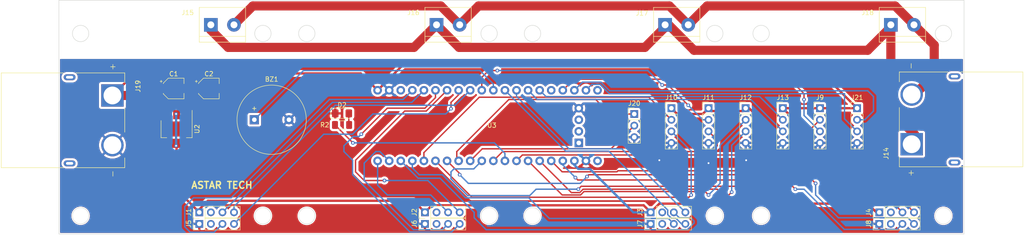
<source format=kicad_pcb>
(kicad_pcb (version 20221018) (generator pcbnew)
  (layers (0 "F.Cu" mixed) (31 "B.Cu" mixed) (34 "B.Paste" user) (35 "F.Paste" user) (36 "B.SilkS" user "B.Silkscreen") (37 "F.SilkS" user "F.Silkscreen") (38 "B.Mask" user) (39 "F.Mask" user) (44 "Edge.Cuts" user))
  (net 0 "")
  (net 1 "/Buzzer")
  (net 2 "GND")
  (net 3 "+5V")
  (net 4 "/2S_BATT")
  (net 5 "Net-(D2-A)")
  (net 7 "/ENR_A")
  (net 8 "/PWMR_A")
  (net 10 "/ENR_B")
  (net 11 "/PWMR_B")
  (net 13 "/ENR_C")
  (net 14 "/PWMR_C")
  (net 16 "/ENR_D")
  (net 17 "/PWMR_D")
  (net 19 "/ENL_A")
  (net 20 "/PWML_A")
  (net 22 "/ENL_B")
  (net 23 "/PWML_B")
  (net 25 "/ENL_C")
  (net 26 "/PWML_C")
  (net 28 "/ENL_D")
  (net 29 "/PWML_D")
  (net 30 "/UART_TX")
  (net 31 "/UART_RX")
  (net 32 "/ENCR_A")
  (net 33 "/ENCL_A")
  (net 34 "/ENCR_B")
  (net 35 "/ENCL_B")
  (net 36 "/ENCR_C")
  (net 37 "/ENCL_C")
  (net 38 "/ENCR_D")
  (net 39 "/ENCL_D")
  (net 40 "/12V_BATT")
  (net 41 "/GND_BATT")
  (net 49 "/INA_DRVA")
  (net 50 "/INB_DRVB")
  (net 51 "/INA_DRVB")
  (net 52 "/LED")
  (net 53 "/INB_DRVA")
  (footprint "Connector_PinHeader_2.54mm:PinHeader_1x04_P2.54mm_Vertical" (layer "F.Cu") (at 67.32 127.635 90)
    (fp_text reference "J5")
    (fp_text value "DRVAL")
  )
  (footprint "LED_SMD:LED_1206_3216Metric_Pad1.42x1.75mm_HandSolder" (layer "F.Cu") (at 98.646667 103.378)
    (fp_text reference "D2")
    (fp_text value "LED")
  )
  (footprint "Connector_PinHeader_2.54mm:PinHeader_1x04_P2.54mm_Vertical" (layer "F.Cu") (at 216.545 125.095 90)
    (fp_text reference "J4")
    (fp_text value "DRVDR")
  )
  (footprint "TerminalBlock:TerminalBlock_bornier-2_P5.08mm" (layer "F.Cu") (at 219.075 83.947)
    (fp_text reference "J18")
    (fp_text value "MOTORB")
  )
  (footprint "XT90PW-M:AMASS_XT90PW-M" (layer "F.Cu") (at 233.045 104.7 90)
    (fp_text reference "J14")
    (fp_text value "BATTMTR")
  )
  (footprint "Connector_PinHeader_2.54mm:PinHeader_1x04_P2.54mm_Vertical" (layer "F.Cu") (at 166.37 125.095 90)
    (fp_text reference "J3")
    (fp_text value "DRVCR")
  )
  (footprint "BlackPill_STLINK:BlackPill_STLINK" (layer "F.Cu") (at 131.550834 106.055 90)
    (fp_text reference "U3")
    (fp_text value "BlackPill_STLINK")
  )
  (footprint "Connector_PinHeader_2.54mm:PinHeader_1x04_P2.54mm_Vertical" (layer "F.Cu") (at 216.535 127.635 90)
    (fp_text reference "J8")
    (fp_text value "DRVDL")
  )
  (footprint "Connector_PinHeader_2.54mm:PinHeader_1x04_P2.54mm_Vertical" (layer "F.Cu") (at 166.37 127.635 90)
    (fp_text reference "J7")
    (fp_text value "DRVCL")
  )
  (footprint "Connector_PinHeader_2.54mm:PinHeader_1x04_P2.54mm_Vertical" (layer "F.Cu") (at 116.84 127.635 90)
    (fp_text reference "J6")
    (fp_text value "DRVBL")
  )
  (footprint "Connector_PinHeader_2.54mm:PinHeader_1x04_P2.54mm_Vertical" (layer "F.Cu") (at 179.07 102.245)
    (fp_text reference "J11")
    (fp_text value "ECNB")
  )
  (footprint "Buzzer_Beeper:Buzzer_15x7.5RM7.6" (layer "F.Cu") (at 79.395 104.775)
    (fp_text reference "BZ1")
    (fp_text value "Buzzer")
  )
  (footprint "Connector_PinHeader_2.54mm:PinHeader_1x04_P2.54mm_Vertical" (layer "F.Cu") (at 67.32 125.095 90)
    (fp_text reference "J1")
    (fp_text value "DRVAR")
  )
  (footprint "Package_TO_SOT_SMD:SOT-223-3_TabPin2" (layer "F.Cu") (at 62.335 106.807 -90)
    (fp_text reference "U2")
    (fp_text value "AMS1117-5.0")
  )
  (footprint "Connector_PinHeader_2.54mm:PinHeader_1x04_P2.54mm_Vertical" (layer "F.Cu") (at 170.920834 102.245)
    (fp_text reference "J10")
    (fp_text value "ENCA")
  )
  (footprint "XT90PW-M:AMASS_XT90PW-M" (layer "F.Cu") (at 38.86 104.902 -90)
    (fp_text reference "J19")
    (fp_text value "BATTMCU")
  )
  (footprint "TerminalBlock:TerminalBlock_bornier-2_P5.08mm" (layer "F.Cu") (at 169.545 83.947)
    (fp_text reference "J17")
    (fp_text value "MOTORC")
  )
  (footprint "Connector_PinHeader_2.54mm:PinHeader_1x04_P2.54mm_Vertical" (layer "F.Cu") (at 116.84 125.095 90)
    (fp_text reference "J2")
    (fp_text value "DRVBR")
  )
  (footprint "TerminalBlock:TerminalBlock_bornier-2_P5.08mm" (layer "F.Cu") (at 119.38 83.947)
    (fp_text reference "J16")
    (fp_text value "MOTORB")
  )
  (footprint "Connector_PinHeader_2.54mm:PinHeader_1x04_P2.54mm_Vertical" (layer "F.Cu") (at 195.368332 102.245)
    (fp_text reference "J13")
    (fp_text value "ENCD")
  )
  (footprint "Capacitor_SMD:CP_Elec_4x5.4" (layer "F.Cu") (at 61.7 97.917)
    (fp_text reference "C1")
    (fp_text value "10uF")
  )
  (footprint "Capacitor_SMD:CP_Elec_4x5.4" (layer "F.Cu") (at 69.425 97.917)
    (fp_text reference "C2")
    (fp_text value "10uF")
  )
  (footprint "TerminalBlock:TerminalBlock_bornier-2_P5.08mm" (layer "F.Cu") (at 69.85 83.947)
    (fp_text reference "J15")
    (fp_text value "MOTORA")
  )
  (footprint "Connector_PinHeader_2.54mm:PinHeader_1x04_P2.54mm_Vertical" (layer "F.Cu") (at 203.517498 102.245)
    (fp_text reference "J9")
    (fp_text value "ACTA")
  )
  (footprint "Resistor_SMD:R_1206_3216Metric_Pad1.30x1.75mm_HandSolder" (layer "F.Cu") (at 98.646667 105.918)
    (fp_text reference "R2")
    (fp_text value "330")
  )
  (footprint "Connector_PinHeader_2.54mm:PinHeader_1x04_P2.54mm_Vertical" (layer "F.Cu") (at 211.666668 102.245)
    (fp_text reference "J21")
    (fp_text value "ACTB")
  )
  (footprint "Connector_PinHeader_2.54mm:PinHeader_1x04_P2.54mm_Vertical" (layer "F.Cu") (at 187.219166 102.245)
    (fp_text reference "J12")
    (fp_text value "ENCC")
  )
  (footprint "Connector_PinHeader_2.54mm:PinHeader_1x03_P2.54mm_Vertical" (layer "F.Cu") (at 162.771668 103.52)
    (fp_text reference "J20")
    (fp_text value "UARTCOM")
  )
  (gr_circle (center 190.608949 85.852) (end 191.878949 87.122) (stroke (width 0.1)) (fill none) (layer "Edge.Cuts"))
  (gr_circle (center 140.443949 125.857) (end 141.713949 127.127) (stroke (width 0.1)) (fill none) (layer "Edge.Cuts"))
  (gr_circle (center 41.275 125.857) (end 42.545 127.127) (stroke (width 0.1)) (fill none) (layer "Edge.Cuts"))
  (gr_circle (center 90.913949 85.852) (end 92.183949 87.122) (stroke (width 0.1)) (fill none) (layer "Edge.Cuts"))
  (gr_circle (center 81.28 85.852) (end 82.55 87.122) (stroke (width 0.1)) (fill none) (layer "Edge.Cuts"))
  (gr_circle (center 180.448949 125.857) (end 181.718949 127.127) (stroke (width 0.1)) (fill none) (layer "Edge.Cuts"))
  (gr_circle (center 81.28 125.857) (end 82.55 127.127) (stroke (width 0.1)) (fill none) (layer "Edge.Cuts"))
  (gr_circle (center 180.448949 85.852) (end 181.718949 87.122) (stroke (width 0.1)) (fill none) (layer "Edge.Cuts"))
  (gr_circle (center 130.918949 125.857) (end 132.188949 127.127) (stroke (width 0.1)) (fill none) (layer "Edge.Cuts"))
  (gr_circle (center 230.613949 125.857) (end 231.883949 127.127) (stroke (width 0.1)) (fill none) (layer "Edge.Cuts"))
  (gr_circle (center 140.443949 85.852) (end 141.713949 87.122) (stroke (width 0.1)) (fill none) (layer "Edge.Cuts"))
  (gr_circle (center 190.608949 125.857) (end 191.878949 127.127) (stroke (width 0.1)) (fill none) (layer "Edge.Cuts"))
  (gr_rect (start 36.5125 78.5495) (end 235.1405 129.8575) (stroke (width 0.1)) (fill none) (layer "Edge.Cuts"))
  (gr_circle (center 230.613949 85.852) (end 231.883949 87.122) (stroke (width 0.1)) (fill none) (layer "Edge.Cuts"))
  (gr_circle (center 90.913949 125.857) (end 92.183949 127.127) (stroke (width 0.1)) (fill none) (layer "Edge.Cuts"))
  (gr_circle (center 130.918949 85.852) (end 132.188949 87.122) (stroke (width 0.1)) (fill none) (layer "Edge.Cuts"))
  (gr_circle (center 41.275 85.852) (end 42.545 87.122) (stroke (width 0.1)) (fill none) (layer "Edge.Cuts"))
  (gr_text "ASTAR TECH" (at 65.405 120.015) (layer "F.SilkS") (effects (font (size 1.5 1.5) (thickness 0.3) bold) (justify left bottom)))
  (segment (start 90.19 93.98) (end 128.905 93.98) (width 0.3) (layer "B.Cu") (net 1))
  (segment (start 128.905 93.98) (end 131.850834 96.925834) (width 0.3) (layer "B.Cu") (net 1))
  (segment (start 79.395 104.775) (end 90.19 93.98) (width 0.3) (layer "B.Cu") (net 1))
  (segment (start 131.850834 96.925834) (end 131.850834 98.308) (width 0.3) (layer "B.Cu") (net 1))
  (segment (start 61.862 106.68) (end 64.635 103.907) (width 0.5) (layer "F.Cu") (net 2))
  (segment (start 186.055 113.665) (end 187.325 113.665) (width 0.5) (layer "F.Cu") (net 2))
  (segment (start 71.225 97.917) (end 65.485 103.657) (width 0.5) (layer "F.Cu") (net 2))
  (segment (start 63.5 97.917) (end 64.635 99.052) (width 0.5) (layer "F.Cu") (net 2))
  (segment (start 64.635 99.052) (end 64.635 103.657) (width 0.5) (layer "F.Cu") (net 2))
  (segment (start 179.705 114.935) (end 181.61 114.935) (width 0.5) (layer "F.Cu") (net 2))
  (segment (start 48.26 110.352) (end 51.932 106.68) (width 0.5) (layer "F.Cu") (net 2))
  (segment (start 51.932 106.68) (end 61.862 106.68) (width 0.5) (layer "F.Cu") (net 2))
  (segment (start 185.42 114.3) (end 186.055 113.665) (width 0.5) (layer "F.Cu") (net 2))
  (segment (start 179.07 114.3) (end 179.705 114.935) (width 0.5) (layer "F.Cu") (net 2))
  (segment (start 64.635 103.907) (end 64.635 103.657) (width 0.5) (layer "F.Cu") (net 2))
  (segment (start 168.275 113.665) (end 160.650811 113.665) (width 0.5) (layer "F.Cu") (net 2))
  (segment (start 160.650811 113.665) (end 158.745811 115.57) (width 0.5) (layer "F.Cu") (net 2))
  (segment (start 153.938834 115.57) (end 152.170834 113.802) (width 0.5) (layer "F.Cu") (net 2))
  (segment (start 65.485 103.657) (end 64.635 103.657) (width 0.5) (layer "F.Cu") (net 2))
  (segment (start 184.785 114.935) (end 185.42 114.3) (width 0.5) (layer "F.Cu") (net 2))
  (segment (start 181.61 114.935) (end 184.785 114.935) (width 0.5) (layer "F.Cu") (net 2))
  (segment (start 170.920834 109.865) (end 179.07 109.865) (width 0.5) (layer "F.Cu") (net 2))
  (segment (start 158.745811 115.57) (end 153.938834 115.57) (width 0.5) (layer "F.Cu") (net 2))
  (via (at 187.325 113.665) (size 0.8) (drill 0.4) (layers "F.Cu" "B.Cu") (net 2))
  (via (at 179.07 114.3) (size 0.8) (drill 0.4) (layers "F.Cu" "B.Cu") (net 2))
  (via (at 168.275 113.665) (size 0.8) (drill 0.4) (layers "F.Cu" "B.Cu") (net 2))
  (segment (start 170.920834 109.865) (end 168.275 112.510834) (width 0.5) (layer "B.Cu") (net 2))
  (segment (start 199.39 113.665) (end 191.135 113.665) (width 0.5) (layer "B.Cu") (net 2))
  (segment (start 188.595 112.395) (end 188.595 111.240834) (width 0.5) (layer "B.Cu") (net 2))
  (segment (start 188.595 111.240834) (end 187.219166 109.865) (width 0.5) (layer "B.Cu") (net 2))
  (segment (start 207.866668 113.665) (end 199.39 113.665) (width 0.5) (layer "B.Cu") (net 2))
  (segment (start 179.07 109.865) (end 179.07 114.3) (width 0.5) (layer "B.Cu") (net 2))
  (segment (start 191.135 113.665) (end 187.325 113.665) (width 0.5) (layer "B.Cu") (net 2))
  (segment (start 168.275 112.510834) (end 168.275 113.665) (width 0.5) (layer "B.Cu") (net 2))
  (segment (start 195.368332 109.865) (end 191.568332 113.665) (width 0.5) (layer "B.Cu") (net 2))
  (segment (start 203.517498 109.865) (end 199.717498 113.665) (width 0.5) (layer "B.Cu") (net 2))
  (segment (start 199.717498 113.665) (end 199.39 113.665) (width 0.5) (layer "B.Cu") (net 2))
  (segment (start 191.568332 113.665) (end 191.135 113.665) (width 0.5) (layer "B.Cu") (net 2))
  (segment (start 187.325 113.665) (end 188.595 112.395) (width 0.5) (layer "B.Cu") (net 2))
  (segment (start 211.666668 109.865) (end 207.866668 113.665) (width 0.5) (layer "B.Cu") (net 2))
  (segment (start 213.995 123.19) (end 168.275 123.19) (width 0.5) (layer "F.Cu") (net 3))
  (segment (start 179.695 102.87) (end 186.594166 102.87) (width 0.5) (layer "F.Cu") (net 3))
  (segment (start 62.335 110.385) (end 62.23 110.49) (width 0.5) (layer "F.Cu") (net 3))
  (segment (start 64.668 109.957) (end 80.01 94.615) (width 0.5) (layer "F.Cu") (net 3))
  (segment (start 164.828627 123.553627) (end 166.37 125.095) (width 0.5) (layer "F.Cu") (net 3))
  (segment (start 193.675 111.76) (end 189.23 107.315) (width 0.5) (layer "F.Cu") (net 3))
  (segment (start 62.335 103.657) (end 62.23 103.505) (width 0.5) (layer "F.Cu") (net 3))
  (segment (start 203.517498 102.245) (end 195.368332 102.245) (width 0.5) (layer "F.Cu") (net 3))
  (segment (start 59.9 100.972) (end 59.9 97.917) (width 0.5) (layer "F.Cu") (net 3))
  (segment (start 186.594166 102.87) (end 187.219166 102.245) (width 0.5) (layer "F.Cu") (net 3))
  (segment (start 62.335 109.957) (end 62.335 110.385) (width 0.5) (layer "F.Cu") (net 3))
  (segment (start 112.048834 92.71) (end 202.131668 92.71) (width 0.5) (layer "F.Cu") (net 3))
  (segment (start 116.84 125.095) (end 114.3 122.555) (width 0.5) (layer "F.Cu") (net 3))
  (segment (start 196.85 111.76) (end 193.675 111.76) (width 0.5) (layer "F.Cu") (net 3))
  (segment (start 62.23 103.505) (end 62.335 103.407) (width 0.5) (layer "F.Cu") (net 3))
  (segment (start 67.32 124.45) (end 67.32 125.095) (width 0.5) (layer "F.Cu") (net 3))
  (segment (start 189.23 103.505) (end 187.97 102.245) (width 0.5) (layer "F.Cu") (net 3))
  (segment (start 215.9 125.095) (end 213.995 123.19) (width 0.5) (layer "F.Cu") (net 3))
  (segment (start 177.81 103.505) (end 172.180834 103.505) (width 0.5) (layer "F.Cu") (net 3))
  (segment (start 116.84 125.095) (end 118.381373 123.553627) (width 0.5) (layer "F.Cu") (net 3))
  (segment (start 189.23 107.315) (end 189.23 103.505) (width 0.5) (layer "F.Cu") (net 3))
  (segment (start 187.97 102.245) (end 187.219166 102.245) (width 0.5) (layer "F.Cu") (net 3))
  (segment (start 106.450834 98.308) (end 112.048834 92.71) (width 0.5) (layer "F.Cu") (net 3))
  (segment (start 172.180834 103.505) (end 170.920834 102.245) (width 0.5) (layer "F.Cu") (net 3))
  (segment (start 69.215 122.555) (end 67.32 124.45) (width 0.5) (layer "F.Cu") (net 3))
  (segment (start 62.23 110.49) (end 62.335 110.595) (width 0.5) (layer "F.Cu") (net 3))
  (segment (start 114.3 122.555) (end 69.215 122.555) (width 0.5) (layer "F.Cu") (net 3))
  (segment (start 179.07 102.245) (end 177.81 103.505) (width 0.5) (layer "F.Cu") (net 3))
  (segment (start 62.335 103.407) (end 59.9 100.972) (width 0.5) (layer "F.Cu") (net 3))
  (segment (start 197.485 104.361668) (end 197.485 111.125) (width 0.5) (layer "F.Cu") (net 3))
  (segment (start 168.275 123.19) (end 166.37 125.095) (width 0.5) (layer "F.Cu") (net 3))
  (segment (start 80.01 94.615) (end 102.757834 94.615) (width 0.5) (layer "F.Cu") (net 3))
  (segment (start 179.07 102.245) (end 179.695 102.87) (width 0.5) (layer "F.Cu") (net 3))
  (segment (start 202.131668 92.71) (end 211.666668 102.245) (width 0.5) (layer "F.Cu") (net 3))
  (segment (start 62.335 120.11) (end 67.32 125.095) (width 0.5) (layer "F.Cu") (net 3))
  (segment (start 211.666668 102.245) (end 203.517498 102.245) (width 0.5) (layer "F.Cu") (net 3))
  (segment (start 102.757834 94.615) (end 106.450834 98.308) (width 0.5) (layer "F.Cu") (net 3))
  (segment (start 118.381373 123.553627) (end 164.828627 123.553627) (width 0.5) (layer "F.Cu") (net 3))
  (segment (start 62.335 109.957) (end 64.668 109.957) (width 0.5) (layer "F.Cu") (net 3))
  (segment (start 216.545 125.095) (end 215.9 125.095) (width 0.5) (layer "F.Cu") (net 3))
  (segment (start 195.368332 102.245) (end 197.485 104.361668) (width 0.5) (layer "F.Cu") (net 3))
  (segment (start 197.485 111.125) (end 196.85 111.76) (width 0.5) (layer "F.Cu") (net 3))
  (segment (start 62.335 110.595) (end 62.335 120.11) (width 0.5) (layer "F.Cu") (net 3))
  (via (at 62.23 103.505) (size 0.8) (drill 0.4) (layers "F.Cu" "B.Cu") (net 3))
  (via (at 62.23 110.49) (size 0.8) (drill 0.4) (layers "F.Cu" "B.Cu") (net 3))
  (segment (start 149.630834 113.802) (end 149.630834 114.705834) (width 0.5) (layer "B.Cu") (net 3))
  (segment (start 149.630834 114.705834) (end 150.495 115.57) (width 0.5) (layer "B.Cu") (net 3))
  (segment (start 150.495 115.57) (end 153.035 115.57) (width 0.5) (layer "B.Cu") (net 3))
  (segment (start 153.035 115.57) (end 162.56 125.095) (width 0.5) (layer "B.Cu") (net 3))
  (segment (start 162.56 125.095) (end 166.37 125.095) (width 0.5) (layer "B.Cu") (net 3))
  (segment (start 62.23 103.505) (end 62.23 110.49) (width 0.5) (layer "B.Cu") (net 3))
  (segment (start 64.323 94.615) (end 53.097 94.615) (width 0.5) (layer "F.Cu") (net 4))
  (segment (start 53.097 94.615) (end 48.26 99.452) (width 0.5) (layer "F.Cu") (net 4))
  (segment (start 55.83 99.452) (end 60.035 103.657) (width 2) (layer "F.Cu") (net 4))
  (segment (start 48.26 99.452) (end 55.83 99.452) (width 2) (layer "F.Cu") (net 4))
  (segment (start 67.625 97.917) (end 64.323 94.615) (width 0.5) (layer "F.Cu") (net 4))
  (segment (start 100.134167 105.8555) (end 100.196667 105.918) (width 0.3) (layer "F.Cu") (net 5))
  (segment (start 100.134167 103.378) (end 100.134167 105.8555) (width 0.3) (layer "F.Cu") (net 5))
  (segment (start 113.953834 100.965) (end 116.610834 98.308) (width 0.3) (layer "B.Cu") (net 7))
  (segment (start 96.53 100.965) (end 113.953834 100.965) (width 0.3) (layer "B.Cu") (net 7))
  (segment (start 72.4 125.095) (end 96.53 100.965) (width 0.3) (layer "B.Cu") (net 7))
  (segment (start 97.1555 101.5995) (end 123.479334 101.5995) (width 0.3) (layer "B.Cu") (net 8))
  (segment (start 123.479334 101.5995) (end 126.770834 98.308) (width 0.3) (layer "B.Cu") (net 8))
  (segment (start 74.94 123.815) (end 97.1555 101.5995) (width 0.3) (layer "B.Cu") (net 8))
  (segment (start 74.94 125.095) (end 74.94 123.815) (width 0.3) (layer "B.Cu") (net 8))
  (segment (start 106.450834 119.150834) (end 106.450834 113.802) (width 0.3) (layer "B.Cu") (net 10))
  (segment (start 108.585 121.285) (end 106.450834 119.150834) (width 0.3) (layer "B.Cu") (net 10))
  (segment (start 118.11 121.285) (end 108.585 121.285) (width 0.3) (layer "B.Cu") (net 10))
  (segment (start 121.92 125.095) (end 118.11 121.285) (width 0.3) (layer "B.Cu") (net 10))
  (segment (start 101.6 113.665) (end 112.395 102.87) (width 0.3) (layer "F.Cu") (net 11))
  (segment (start 103.505 118.11) (end 101.6 116.205) (width 0.3) (layer "F.Cu") (net 11))
  (segment (start 117.128834 102.87) (end 121.690834 98.308) (width 0.3) (layer "F.Cu") (net 11))
  (segment (start 112.395 102.87) (end 117.128834 102.87) (width 0.3) (layer "F.Cu") (net 11))
  (segment (start 107.95 118.11) (end 103.505 118.11) (width 0.3) (layer "F.Cu") (net 11))
  (segment (start 101.6 116.205) (end 101.6 113.665) (width 0.3) (layer "F.Cu") (net 11))
  (via (at 107.95 118.11) (size 0.8) (drill 0.4) (layers "F.Cu" "B.Cu") (net 11))
  (segment (start 117.475 118.11) (end 107.95 118.11) (width 0.3) (layer "B.Cu") (net 11))
  (segment (start 124.46 125.095) (end 117.475 118.11) (width 0.3) (layer "B.Cu") (net 11))
  (segment (start 174.417057 128.905) (end 175.895 127.427057) (width 0.3) (layer "B.Cu") (net 13))
  (segment (start 120.15 117.61) (end 127.635 125.095) (width 0.3) (layer "B.Cu") (net 13))
  (segment (start 175.895 127) (end 175.19 126.295) (width 0.3) (layer "B.Cu") (net 13))
  (segment (start 172.65 126.295) (end 171.45 125.095) (width 0.3) (layer "B.Cu") (net 13))
  (segment (start 130.2575 128.905) (end 174.417057 128.905) (width 0.3) (layer "B.Cu") (net 13))
  (segment (start 115.338834 117.61) (end 120.15 117.61) (width 0.3) (layer "B.Cu") (net 13))
  (segment (start 127.635 126.2825) (end 130.2575 128.905) (width 0.3) (layer "B.Cu") (net 13))
  (segment (start 127.635 125.095) (end 127.635 126.2825) (width 0.3) (layer "B.Cu") (net 13))
  (segment (start 175.895 127.427057) (end 175.895 127) (width 0.3) (layer "B.Cu") (net 13))
  (segment (start 111.530834 113.802) (end 115.338834 117.61) (width 0.3) (layer "B.Cu") (net 13))
  (segment (start 175.19 126.295) (end 172.65 126.295) (width 0.3) (layer "B.Cu") (net 13))
  (segment (start 160.0498 111.1548) (end 148.448557 111.1548) (width 0.3) (layer "B.Cu") (net 14))
  (segment (start 148.448557 111.1548) (end 136.930834 99.637077) (width 0.3) (layer "B.Cu") (net 14))
  (segment (start 136.930834 99.637077) (end 136.930834 98.308) (width 0.3) (layer "B.Cu") (net 14))
  (segment (start 173.99 125.095) (end 160.0498 111.1548) (width 0.3) (layer "B.Cu") (net 14))
  (segment (start 219.12 122.59) (end 221.625 125.095) (width 0.3) (layer "F.Cu") (net 16))
  (segment (start 152.8055 116.84) (end 209.55 116.84) (width 0.3) (layer "F.Cu") (net 16))
  (segment (start 215.3 122.59) (end 219.12 122.59) (width 0.3) (layer "F.Cu") (net 16))
  (segment (start 124.46 116.571166) (end 121.690834 113.802) (width 0.3) (layer "F.Cu") (net 16))
  (segment (start 124.613834 116.725) (end 124.728834 116.84) (width 0.3) (layer "F.Cu") (net 16))
  (segment (start 124.46 116.84) (end 124.46 116.571166) (width 0.3) (layer "F.Cu") (net 16))
  (segment (start 124.728834 116.84) (end 124.46 116.84) (width 0.3) (layer "F.Cu") (net 16))
  (segment (start 209.55 116.84) (end 215.3 122.59) (width 0.3) (layer "F.Cu") (net 16))
  (segment (start 152.4 117.2455) (end 152.8055 116.84) (width 0.3) (layer "F.Cu") (net 16))
  (via (at 152.4 117.2455) (size 0.8) (drill 0.4) (layers "F.Cu" "B.Cu") (net 16))
  (via (at 124.46 116.84) (size 0.8) (drill 0.4) (layers "F.Cu" "B.Cu") (net 16))
  (segment (start 126.365 118.745) (end 124.46 116.84) (width 0.3) (layer "B.Cu") (net 16))
  (segment (start 152.4 117.2455) (end 150.9005 118.745) (width 0.3) (layer "B.Cu") (net 16))
  (segment (start 150.9005 118.745) (end 126.365 118.745) (width 0.3) (layer "B.Cu") (net 16))
  (segment (start 146.953834 116.205) (end 144.550834 113.802) (width 0.3) (layer "F.Cu") (net 17))
  (segment (start 159.189339 115.975) (end 158.959339 116.205) (width 0.3) (layer "F.Cu") (net 17))
  (segment (start 158.959339 116.205) (end 146.953834 116.205) (width 0.3) (layer "F.Cu") (net 17))
  (segment (start 215.045 115.975) (end 159.189339 115.975) (width 0.3) (layer "F.Cu") (net 17))
  (segment (start 224.165 125.095) (end 215.045 115.975) (width 0.3) (layer "F.Cu") (net 17))
  (segment (start 95.885 100.33) (end 74.295 121.92) (width 0.3) (layer "B.Cu") (net 19))
  (segment (start 66.04 121.92) (end 64.135 123.825) (width 0.3) (layer "B.Cu") (net 19))
  (segment (start 112.048834 100.33) (end 95.885 100.33) (width 0.3) (layer "B.Cu") (net 19))
  (segment (start 70.5775 129.4575) (end 72.4 127.635) (width 0.3) (layer "B.Cu") (net 19))
  (segment (start 114.070834 98.308) (end 112.048834 100.33) (width 0.3) (layer "B.Cu") (net 19))
  (segment (start 64.135 123.825) (end 64.135 128.27) (width 0.3) (layer "B.Cu") (net 19))
  (segment (start 74.295 121.92) (end 66.04 121.92) (width 0.3) (layer "B.Cu") (net 19))
  (segment (start 65.3225 129.4575) (end 70.5775 129.4575) (width 0.3) (layer "B.Cu") (net 19))
  (segment (start 64.135 128.27) (end 65.3225 129.4575) (width 0.3) (layer "B.Cu") (net 19))
  (segment (start 122.555 100.965) (end 124.230834 99.289166) (width 0.3) (layer "F.Cu") (net 20))
  (segment (start 122.555 102.3495) (end 122.555 100.965) (width 0.3) (layer "F.Cu") (net 20))
  (segment (start 124.230834 99.289166) (end 124.230834 98.308) (width 0.3) (layer "F.Cu") (net 20))
  (via (at 122.555 102.3495) (size 0.8) (drill 0.4) (layers "F.Cu" "B.Cu") (net 20))
  (segment (start 121.3995 103.505) (end 105.41 103.505) (width 0.3) (layer "B.Cu") (net 20))
  (segment (start 122.555 102.3495) (end 121.3995 103.505) (width 0.3) (layer "B.Cu") (net 20))
  (segment (start 105.41 103.505) (end 100.965 107.95) (width 0.3) (layer "B.Cu") (net 20))
  (segment (start 100.965 107.95) (end 94.625 107.95) (width 0.3) (layer "B.Cu") (net 20))
  (segment (start 94.625 107.95) (end 74.94 127.635) (width 0.3) (layer "B.Cu") (net 20))
  (segment (start 114.3 128.905) (end 120.65 128.905) (width 0.3) (layer "B.Cu") (net 22))
  (segment (start 106.045 111.76) (end 103.505 114.3) (width 0.3) (layer "B.Cu") (net 22))
  (segment (start 103.505 114.3) (end 103.505 118.11) (width 0.3) (layer "B.Cu") (net 22))
  (segment (start 120.65 128.905) (end 121.92 127.635) (width 0.3) (layer "B.Cu") (net 22))
  (segment (start 106.948834 111.76) (end 106.045 111.76) (width 0.3) (layer "B.Cu") (net 22))
  (segment (start 103.505 118.11) (end 114.3 128.905) (width 0.3) (layer "B.Cu") (net 22))
  (segment (start 108.990834 113.802) (end 106.948834 111.76) (width 0.3) (layer "B.Cu") (net 22))
  (segment (start 102.87 107.95) (end 108.585 102.235) (width 0.3) (layer "F.Cu") (net 23))
  (segment (start 116.84 102.235) (end 119.150834 99.924166) (width 0.3) (layer "F.Cu") (net 23))
  (segment (start 108.585 102.235) (end 116.84 102.235) (width 0.3) (layer "F.Cu") (net 23))
  (segment (start 119.150834 99.924166) (end 119.150834 98.308) (width 0.3) (layer "F.Cu") (net 23))
  (via (at 102.87 107.95) (size 0.8) (drill 0.4) (layers "F.Cu" "B.Cu") (net 23))
  (segment (start 100.965 113.665) (end 99.06 111.76) (width 0.3) (layer "B.Cu") (net 23))
  (segment (start 99.06 110.49) (end 101.1 108.45) (width 0.3) (layer "B.Cu") (net 23))
  (segment (start 113.53 129.405) (end 100.965 116.84) (width 0.3) (layer "B.Cu") (net 23))
  (segment (start 102.37 108.45) (end 102.87 107.95) (width 0.3) (layer "B.Cu") (net 23))
  (segment (start 100.965 116.84) (end 100.965 113.665) (width 0.3) (layer "B.Cu") (net 23))
  (segment (start 124.46 127.635) (end 122.69 129.405) (width 0.3) (layer "B.Cu") (net 23))
  (segment (start 122.69 129.405) (end 113.53 129.405) (width 0.3) (layer "B.Cu") (net 23))
  (segment (start 101.1 108.45) (end 102.37 108.45) (width 0.3) (layer "B.Cu") (net 23))
  (segment (start 99.06 111.76) (end 99.06 110.49) (width 0.3) (layer "B.Cu") (net 23))
  (segment (start 171.45 127.635) (end 170.25 126.435) (width 0.3) (layer "B.Cu") (net 25))
  (segment (start 170.25 126.435) (end 144.139873 126.435) (width 0.3) (layer "B.Cu") (net 25))
  (segment (start 144.139873 126.435) (end 139.624873 121.92) (width 0.3) (layer "B.Cu") (net 25))
  (segment (start 120.65 116.84) (end 115.57 116.84) (width 0.3) (layer "B.Cu") (net 25))
  (segment (start 139.624873 121.92) (end 125.73 121.92) (width 0.3) (layer "B.Cu") (net 25))
  (segment (start 114.070834 115.340834) (end 114.070834 113.802) (width 0.3) (layer "B.Cu") (net 25))
  (segment (start 115.57 116.84) (end 114.070834 115.340834) (width 0.3) (layer "B.Cu") (net 25))
  (segment (start 125.73 121.92) (end 120.65 116.84) (width 0.3) (layer "B.Cu") (net 25))
  (segment (start 171.877057 126.365) (end 170.887106 126.365) (width 0.3) (layer "B.Cu") (net 26))
  (segment (start 170.11 125.587894) (end 170.11 124.597943) (width 0.3) (layer "B.Cu") (net 26))
  (segment (start 170.11 124.597943) (end 157.166857 111.6548) (width 0.3) (layer "B.Cu") (net 26))
  (segment (start 157.166857 111.6548) (end 147.737634 111.6548) (width 0.3) (layer "B.Cu") (net 26))
  (segment (start 173.147057 127.635) (end 171.877057 126.365) (width 0.3) (layer "B.Cu") (net 26))
  (segment (start 147.737634 111.6548) (end 134.390834 98.308) (width 0.3) (layer "B.Cu") (net 26))
  (segment (start 173.99 127.635) (end 173.147057 127.635) (width 0.3) (layer "B.Cu") (net 26))
  (segment (start 170.887106 126.365) (end 170.11 125.587894) (width 0.3) (layer "B.Cu") (net 26))
  (segment (start 198.12 120.015) (end 197.485 119.38) (width 0.3) (layer "F.Cu") (net 28))
  (segment (start 151.13 119.38) (end 150.495 120.015) (width 0.3) (layer "F.Cu") (net 28))
  (segment (start 197.485 119.38) (end 151.13 119.38) (width 0.3) (layer "F.Cu") (net 28))
  (via (at 150.495 120.015) (size 0.8) (drill 0.4) (layers "F.Cu" "B.Cu") (net 28))
  (via (at 198.12 120.015) (size 0.8) (drill 0.4) (layers "F.Cu" "B.Cu") (net 28))
  (segment (start 122.555 116.205) (end 123.19 115.57) (width 0.3) (layer "B.Cu") (net 28))
  (segment (start 198.12 120.015) (end 200.025 120.015) (width 0.3) (layer "B.Cu") (net 28))
  (segment (start 220.415 128.835) (end 221.615 127.635) (width 0.3) (layer "B.Cu") (net 28))
  (segment (start 200.025 120.015) (end 208.845 128.835) (width 0.3) (layer "B.Cu") (net 28))
  (segment (start 139.831979 121.42) (end 126.218553 121.42) (width 0.3) (layer "B.Cu") (net 28))
  (segment (start 126.218553 121.42) (end 122.555 117.756447) (width 0.3) (layer "B.Cu") (net 28))
  (segment (start 150.495 120.015) (end 141.236979 120.015) (width 0.3) (layer "B.Cu") (net 28))
  (segment (start 208.845 128.835) (end 220.415 128.835) (width 0.3) (layer "B.Cu") (net 28))
  (segment (start 122.555 117.756447) (end 122.555 116.205) (width 0.3) (layer "B.Cu") (net 28))
  (segment (start 127.542834 115.57) (end 129.310834 113.802) (width 0.3) (layer "B.Cu") (net 28))
  (segment (start 123.19 115.57) (end 127.542834 115.57) (width 0.3) (layer "B.Cu") (net 28))
  (segment (start 141.236979 120.015) (end 139.831979 121.42) (width 0.3) (layer "B.Cu") (net 28))
  (segment (start 201.815 117.995) (end 202.565 118.745) (width 0.3) (layer "F.Cu") (net 29))
  (segment (start 149.86 117.475) (end 150.38 117.995) (width 0.3) (layer "F.Cu") (net 29))
  (segment (start 150.38 117.995) (end 201.815 117.995) (width 0.3) (layer "F.Cu") (net 29))
  (via (at 202.565 118.745) (size 0.8) (drill 0.4) (layers "F.Cu" "B.Cu") (net 29))
  (via (at 149.86 117.475) (size 0.8) (drill 0.4) (layers "F.Cu" "B.Cu") (net 29))
  (segment (start 149.86 117.475) (end 147.090834 114.705834) (width 0.3) (layer "B.Cu") (net 29))
  (segment (start 207.575 126.295) (end 222.815 126.295) (width 0.3) (layer "B.Cu") (net 29))
  (segment (start 147.090834 114.705834) (end 147.090834 113.802) (width 0.3) (layer "B.Cu") (net 29))
  (segment (start 222.815 126.295) (end 224.155 127.635) (width 0.3) (layer "B.Cu") (net 29))
  (segment (start 202.565 118.745) (end 202.565 121.285) (width 0.3) (layer "B.Cu") (net 29))
  (segment (start 202.565 121.285) (end 207.575 126.295) (width 0.3) (layer "B.Cu") (net 29))
  (segment (start 157.495 103.52) (end 154.305 100.33) (width 0.3) (layer "F.Cu") (net 30))
  (segment (start 123.825 111.76) (end 123.825 113.396166) (width 0.3) (layer "F.Cu") (net 30))
  (segment (start 123.825 113.396166) (end 124.230834 113.802) (width 0.3) (layer "F.Cu") (net 30))
  (segment (start 154.305 100.33) (end 135.255 100.33) (width 0.3) (layer "F.Cu") (net 30))
  (segment (start 135.255 100.33) (end 123.825 111.76) (width 0.3) (layer "F.Cu") (net 30))
  (segment (start 162.771668 103.52) (end 157.495 103.52) (width 0.3) (layer "F.Cu") (net 30))
  (segment (start 157.676868 111.1548) (end 129.418034 111.1548) (width 0.3) (layer "F.Cu") (net 31))
  (segment (start 129.418034 111.1548) (end 126.770834 113.802) (width 0.3) (layer "F.Cu") (net 31))
  (segment (start 162.771668 106.06) (end 157.676868 111.1548) (width 0.3) (layer "F.Cu") (net 31))
  (segment (start 170.920834 104.785) (end 165.965834 99.83) (width 0.3) (layer "F.Cu") (net 32))
  (segment (start 165.965834 99.83) (end 128.77 99.83) (width 0.3) (layer "F.Cu") (net 32))
  (segment (start 128.77 99.83) (end 116.610834 111.989166) (width 0.3) (layer "F.Cu") (net 32))
  (segment (start 116.610834 111.989166) (end 116.610834 113.802) (width 0.3) (layer "F.Cu") (net 32))
  (segment (start 174.76 121.785) (end 127.133834 121.785) (width 0.3) (layer "F.Cu") (net 33))
  (segment (start 175.26 121.285) (end 174.76 121.785) (width 0.3) (layer "F.Cu") (net 33))
  (segment (start 127.133834 121.785) (end 119.150834 113.802) (width 0.3) (layer "F.Cu") (net 33))
  (via (at 175.26 121.285) (size 0.8) (drill 0.4) (layers "F.Cu" "B.Cu") (net 33))
  (segment (start 175.26 120.65) (end 175.26 121.285) (width 0.3) (layer "B.Cu") (net 33))
  (segment (start 170.920834 107.325) (end 175.26 111.664166) (width 0.3) (layer "B.Cu") (net 33))
  (segment (start 175.26 111.664166) (end 175.26 120.65) (width 0.3) (layer "B.Cu") (net 33))
  (segment (start 170.18 97.155) (end 168.91 97.155) (width 0.3) (layer "F.Cu") (net 34))
  (segment (start 132.715 93.98) (end 130.81 93.98) (width 0.3) (layer "F.Cu") (net 34))
  (segment (start 129.310834 95.479166) (end 129.310834 98.308) (width 0.3) (layer "F.Cu") (net 34))
  (segment (start 130.81 93.98) (end 129.310834 95.479166) (width 0.3) (layer "F.Cu") (net 34))
  (segment (start 174.625 101.6) (end 170.18 97.155) (width 0.3) (layer "F.Cu") (net 34))
  (via (at 174.625 101.6) (size 0.8) (drill 0.4) (layers "F.Cu" "B.Cu") (net 34))
  (via (at 168.91 97.155) (size 0.8) (drill 0.4) (layers "F.Cu" "B.Cu") (net 34))
  (via (at 132.715 93.98) (size 0.8) (drill 0.4) (layers "F.Cu" "B.Cu") (net 34))
  (segment (start 165.735 93.98) (end 132.715 93.98) (width 0.3) (layer "B.Cu") (net 34))
  (segment (start 179.07 104.785) (end 177.81 104.785) (width 0.3) (layer "B.Cu") (net 34))
  (segment (start 177.81 104.785) (end 174.625 101.6) (width 0.3) (layer "B.Cu") (net 34))
  (segment (start 168.91 97.155) (end 165.735 93.98) (width 0.3) (layer "B.Cu") (net 34))
  (segment (start 133.892834 111.76) (end 179.705 111.76) (width 0.3) (layer "F.Cu") (net 35))
  (segment (start 179.705 111.76) (end 180.975 110.49) (width 0.3) (layer "F.Cu") (net 35))
  (segment (start 131.850834 113.802) (end 133.892834 111.76) (width 0.3) (layer "F.Cu") (net 35))
  (segment (start 180.975 109.23) (end 179.07 107.325) (width 0.3) (layer "F.Cu") (net 35))
  (segment (start 180.975 110.49) (end 180.975 109.23) (width 0.3) (layer "F.Cu") (net 35))
  (segment (start 178.32 120.535) (end 151.742767 120.535) (width 0.3) (layer "F.Cu") (net 36))
  (segment (start 151.742767 120.535) (end 150.992767 121.285) (width 0.3) (layer "F.Cu") (net 36))
  (segment (start 150.992767 121.285) (end 146.953834 121.285) (width 0.3) (layer "F.Cu") (net 36))
  (segment (start 179.07 121.285) (end 178.32 120.535) (width 0.3) (layer "F.Cu") (net 36))
  (segment (start 146.953834 121.285) (end 139.470834 113.802) (width 0.3) (layer "F.Cu") (net 36))
  (via (at 179.07 121.285) (size 0.8) (drill 0.4) (layers "F.Cu" "B.Cu") (net 36))
  (segment (start 181.61 118.745) (end 181.61 110.394166) (width 0.3) (layer "B.Cu") (net 36))
  (segment (start 181.61 110.394166) (end 187.219166 104.785) (width 0.3) (layer "B.Cu") (net 36))
  (segment (start 179.07 121.285) (end 181.61 118.745) (width 0.3) (layer "B.Cu") (net 36))
  (segment (start 151.555661 120.015) (end 150.805661 120.765) (width 0.3) (layer "F.Cu") (net 37))
  (segment (start 184.15 120.65) (end 183.515 121.285) (width 0.3) (layer "F.Cu") (net 37))
  (segment (start 182.245 121.285) (end 180.975 120.015) (width 0.3) (layer "F.Cu") (net 37))
  (segment (start 180.975 120.015) (end 151.555661 120.015) (width 0.3) (layer "F.Cu") (net 37))
  (segment (start 150.805661 120.765) (end 148.973834 120.765) (width 0.3) (layer "F.Cu") (net 37))
  (segment (start 148.973834 120.765) (end 142.010834 113.802) (width 0.3) (layer "F.Cu") (net 37))
  (segment (start 183.515 121.285) (end 182.245 121.285) (width 0.3) (layer "F.Cu") (net 37))
  (via (at 184.15 120.65) (size 0.8) (drill 0.4) (layers "F.Cu" "B.Cu") (net 37))
  (segment (start 184.15 120.65) (end 184.15 110.394166) (width 0.3) (layer "B.Cu") (net 37))
  (segment (start 184.15 110.394166) (end 187.219166 107.325) (width 0.3) (layer "B.Cu") (net 37))
  (segment (start 190.278332 99.695) (end 143.397834 99.695) (width 0.3) (layer "B.Cu") (net 38))
  (segment (start 195.368332 104.785) (end 190.278332 99.695) (width 0.3) (layer "B.Cu") (net 38))
  (segment (start 143.397834 99.695) (end 142.010834 98.308) (width 0.3) (layer "B.Cu") (net 38))
  (segment (start 195.368332 107.325) (end 188.373332 100.33) (width 0.3) (layer "B.Cu") (net 39))
  (segment (start 141.492834 100.33) (end 139.470834 98.308) (width 0.3) (layer "B.Cu") (net 39))
  (segment (start 188.373332 100.33) (end 141.492834 100.33) (width 0.3) (layer "B.Cu") (net 39))
  (segment (start 169.545 84.455) (end 169.545 83.947) (width 2) (layer "F.Cu") (net 40))
  (segment (start 169.545 83.947) (end 170.307 83.947) (width 2) (layer "F.Cu") (net 40))
  (segment (start 219.075 84.455) (end 219.075 83.947) (width 2) (layer "F.Cu") (net 40))
  (segment (start 165.1 88.9) (end 169.545 84.455) (width 2) (layer "F.Cu") (net 40))
  (segment (start 224.28 107.992) (end 224.28 110.15) (width 2) (layer "F.Cu") (net 40))
  (segment (start 69.85 83.947) (end 69.85 85.09) (width 2) (layer "F.Cu") (net 40))
  (segment (start 73.66 88.9) (end 114.427 88.9) (width 2) (layer "F.Cu") (net 40))
  (segment (start 175.895 89.535) (end 213.995 89.535) (width 2) (layer "F.Cu") (net 40))
  (segment (start 170.307 83.947) (end 175.895 89.535) (width 2) (layer "F.Cu") (net 40))
  (segment (start 119.38 83.947) (end 124.333 88.9) (width 2) (layer "F.Cu") (net 40))
  (segment (start 219.075 102.787) (end 224.28 107.992) (width 2) (layer "F.Cu") (net 40))
  (segment (start 69.85 85.09) (end 73.66 88.9) (width 2) (layer "F.Cu") (net 40))
  (segment (start 114.427 88.9) (end 119.38 83.947) (width 2) (layer "F.Cu") (net 40))
  (segment (start 219.075 83.947) (end 219.075 102.787) (width 2) (layer "F.Cu") (net 40))
  (segment (start 213.995 89.535) (end 219.075 84.455) (width 2) (layer "F.Cu") (net 40))
  (segment (start 124.333 88.9) (end 165.1 88.9) (width 2) (layer "F.Cu") (net 40))
  (segment (start 170.4775 79.7995) (end 174.625 83.947) (width 2) (layer "F.Cu") (net 41))
  (segment (start 124.46 83.947) (end 128.6075 79.7995) (width 2) (layer "F.Cu") (net 41))
  (segment (start 228.6 88.392) (end 228.6 94.93) (width 2) (layer "F.Cu") (net 41))
  (segment (start 79.0775 79.7995) (end 120.3125 79.7995) (width 2) (layer "F.Cu") (net 41))
  (segment (start 174.625 83.947) (end 178.7725 79.7995) (width 2) (layer "F.Cu") (net 41))
  (segment (start 74.93 83.947) (end 79.0775 79.7995) (width 2) (layer "F.Cu") (net 41))
  (segment (start 224.155 83.947) (end 228.6 88.392) (width 2) (layer "F.Cu") (net 41))
  (segment (start 228.6 94.93) (end 224.28 99.25) (width 2) (layer "F.Cu") (net 41))
  (segment (start 220.0075 79.7995) (end 224.155 83.947) (width 2) (layer "F.Cu") (net 41))
  (segment (start 120.3125 79.7995) (end 124.46 83.947) (width 2) (layer "F.Cu") (net 41))
  (segment (start 178.7725 79.7995) (end 220.0075 79.7995) (width 2) (layer "F.Cu") (net 41))
  (segment (start 128.6075 79.7995) (end 170.4775 79.7995) (width 2) (layer "F.Cu") (net 41))
  (segment (start 203.517498 104.785) (end 201.295 107.007498) (width 0.3) (layer "F.Cu") (net 49))
  (segment (start 199.9078 112.5122) (end 138.220634 112.5122) (width 0.3) (layer "F.Cu") (net 49))
  (segment (start 201.295 111.125) (end 199.9078 112.5122) (width 0.3) (layer "F.Cu") (net 49))
  (segment (start 201.295 107.007498) (end 201.295 111.125) (width 0.3) (layer "F.Cu") (net 49))
  (segment (start 138.220634 112.5122) (end 136.930834 113.802) (width 0.3) (layer "F.Cu") (net 49))
  (segment (start 208.915 99.06) (end 157.286887 99.06) (width 0.3) (layer "B.Cu") (net 50))
  (segment (start 155.245087 97.0182) (end 153.460634 97.0182) (width 0.3) (layer "B.Cu") (net 50))
  (segment (start 211.666668 107.325) (end 208.915 104.573332) (width 0.3) (layer "B.Cu") (net 50))
  (segment (start 157.286887 99.06) (end 155.245087 97.0182) (width 0.3) (layer "B.Cu") (net 50))
  (segment (start 153.460634 97.0182) (end 152.170834 98.308) (width 0.3) (layer "B.Cu") (net 50))
  (segment (start 208.915 104.573332) (end 208.915 99.06) (width 0.3) (layer "B.Cu") (net 50))
  (segment (start 151.420634 96.5182) (end 149.630834 98.308) (width 0.3) (layer "B.Cu") (net 51))
  (segment (start 211.666668 104.785) (end 213.35 104.785) (width 0.3) (layer "B.Cu") (net 51))
  (segment (start 157.358993 98.425) (end 155.452193 96.5182) (width 0.3) (layer "B.Cu") (net 51))
  (segment (start 215.265 102.87) (end 215.265 99.695) (width 0.3) (layer "B.Cu") (net 51))
  (segment (start 155.452193 96.5182) (end 151.420634 96.5182) (width 0.3) (layer "B.Cu") (net 51))
  (segment (start 213.35 104.785) (end 215.265 102.87) (width 0.3) (layer "B.Cu") (net 51))
  (segment (start 215.265 99.695) (end 213.995 98.425) (width 0.3) (layer "B.Cu") (net 51))
  (segment (start 213.995 98.425) (end 157.358993 98.425) (width 0.3) (layer "B.Cu") (net 51))
  (segment (start 101.033667 109.855) (end 97.096667 105.918) (width 0.3) (layer "F.Cu") (net 52))
  (via (at 101.033667 109.855) (size 0.8) (drill 0.4) (layers "F.Cu" "B.Cu") (net 52))
  (segment (start 101.033667 109.855) (end 132.08 109.855) (width 0.3) (layer "B.Cu") (net 52))
  (segment (start 134.390834 112.165834) (end 134.390834 113.802) (width 0.3) (layer "B.Cu") (net 52))
  (segment (start 132.08 109.855) (end 134.390834 112.165834) (width 0.3) (layer "B.Cu") (net 52))
  (segment (start 200.025 100.33) (end 200.025 99.06) (width 0.3) (layer "F.Cu") (net 53))
  (segment (start 149.513834 95.885) (end 147.090834 98.308) (width 0.3) (layer "F.Cu") (net 53))
  (segment (start 196.85 95.885) (end 149.513834 95.885) (width 0.3) (layer "F.Cu") (net 53))
  (segment (start 200.025 99.06) (end 196.85 95.885) (width 0.3) (layer "F.Cu") (net 53))
  (via (at 200.025 100.33) (size 0.8) (drill 0.4) (layers "F.Cu" "B.Cu") (net 53))
  (segment (start 203.517498 107.325) (end 200.025 103.832502) (width 0.3) (layer "B.Cu") (net 53))
  (segment (start 200.025 103.832502) (end 200.025 100.33) (width 0.3) (layer "B.Cu") (net 53))
  (zone (net 2) (net_name "GND") (layers "F&B.Cu") (connect_pads (clearance 0.5)) (min_thickness 0.25) (fill yes (thermal_gap 0.5) (thermal_bridge_width 0.5))
    (polygon (pts (xy 35.56 91.44) (xy 35.56 131.445) (xy 236.22 131.445) (xy 236.22 91.44)))
  )
)
</source>
